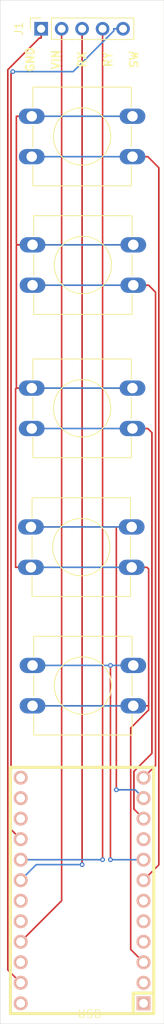
<source format=kicad_pcb>
(kicad_pcb (version 20240108) (generator "pcbnew") (generator_version "8.0")
  (layers (0 "F.Cu" signal) (31 "B.Cu" signal) (34 "B.Paste" user) (35 "F.Paste" user) (36 "B.SilkS" user "B.Silkscreen") (37 "F.SilkS" user "F.Silkscreen") (38 "B.Mask" user) (39 "F.Mask" user) (44 "Edge.Cuts" user))
  (net 0 "")
  (net 1 "Net-(J1-Pin_1)")
  (net 2 "Net-(J1-Pin_2)")
  (net 3 "Net-(U1-D7)")
  (net 4 "Net-(U1-D4)")
  (net 5 "Net-(U1-B5)")
  (net 7 "Net-(J1-Pin_4)")
  (net 8 "Net-(J1-Pin_5)")
  (net 9 "Net-(J1-Pin_3)")
  (net 10 "Net-(U1-SCL)")
  (net 11 "Net-(U1-E6)")
  (net 13 "Net-(U1-B2)")
  (net 17 "Net-(SW5-C)")
  (net 18 "Net-(U1-SDA)")
  (net 19 "Net-(SW5-A)")
  (net 20 "Net-(U1-B4)")
  (net 21 "Net-(U1-C6)")
  (net 22 "Net-(SW5-B)")
  (net 23 "Net-(U1-B6)")
  (net 24 "Net-(SW9-Pad1)")
  (footprint "Button_Switch_THT:SW_PUSH-12mm" (layer "F.Cu") (at 203.1 76.16 180)
    (property "Reference" "SW6" (hide yes))
    (property "Value" "SW_Omron_B3FS")
    (fp_line (start 12.36 8.61) (end 0.14 8.61) (stroke (width 0.12)) (layer "F.SilkS"))
    (fp_line (start 12.36 6.1) (end 12.36 8.61) (stroke (width 0.12)) (layer "F.SilkS"))
    (fp_line (start 12.36 1.2) (end 12.36 3.8) (stroke (width 0.12)) (layer "F.SilkS"))
    (fp_line (start 12.36 -3.61) (end 12.36 -1.1) (stroke (width 0.12)) (layer "F.SilkS"))
    (fp_line (start 0.14 6.1) (end 0.14 8.61) (stroke (width 0.12)) (layer "F.SilkS"))
    (fp_line (start 0.14 1.2) (end 0.14 3.8) (stroke (width 0.12)) (layer "F.SilkS"))
    (fp_line (start 0.14 -3.61) (end 12.36 -3.61) (stroke (width 0.12)) (layer "F.SilkS"))
    (fp_line (start 0.14 -3.61) (end 0.14 -1.1) (stroke (width 0.12)) (layer "F.SilkS"))
    (fp_circle (center 6.25 2.5) (end 9.8 2.5) (stroke (width 0.12)) (fill none) (layer "F.SilkS"))
    (pad "1" thru_hole oval (at 0 0 180) (size 3.2 1.9) (drill 1.3) (layers "*.Cu" "*.Mask") (net 11 "Net-(U1-E6)"))
    (pad "1" thru_hole oval (at 12.5 0 180) (size 3.2 1.9) (drill 1.3) (layers "*.Cu" "*.Mask") (net 11 "Net-(U1-E6)"))
    (pad "2" thru_hole oval (at 0 5 180) (size 3.2 1.9) (drill 1.3) (layers "*.Cu" "*.Mask") (net 22 "Net-(SW5-B)"))
    (pad "2" thru_hole oval (at 12.5 5 180) (size 3.2 1.9) (drill 1.3) (layers "*.Cu" "*.Mask") (net 22 "Net-(SW5-B)"))
  )
  (footprint "ProMicroFootprint:ARDUINO_PRO_MICRO" (layer "F.Cu") (at 196.85 133.35 90)
    (property "Reference" "U1" (hide yes))
    (property "Value" "ProMicro" (hide yes))
    (fp_line (start 15.24 -8.89) (end -15.24 -8.89) (stroke (width 0.381)) (layer "F.SilkS"))
    (fp_line (start -15.24 -8.89) (end -15.24 8.89) (stroke (width 0.381)) (layer "F.SilkS"))
    (fp_line (start -12.7 6.35) (end -12.7 8.89) (stroke (width 0.381)) (layer "F.SilkS"))
    (fp_line (start -15.24 6.35) (end -12.7 6.35) (stroke (width 0.381)) (layer "F.SilkS"))
    (fp_line (start 15.24 8.89) (end 15.24 -8.89) (stroke (width 0.381)) (layer "F.SilkS"))
    (fp_line (start -15.24 8.89) (end 15.24 8.89) (stroke (width 0.381)) (layer "F.SilkS"))
    (pad "1" thru_hole rect (at -13.97 7.62 90) (size 1.7526 1.7526) (drill 1.0922) (layers "*.Cu" "*.SilkS" "*.Mask") (net 19 "Net-(SW5-A)"))
    (pad "2" thru_hole circle (at -11.43 7.62 90) (size 1.7526 1.7526) (drill 1.0922) (layers "*.Cu" "*.SilkS" "*.Mask") (net 17 "Net-(SW5-C)"))
    (pad "3" thru_hole circle (at -8.89 7.62 90) (size 1.7526 1.7526) (drill 1.0922) (layers "*.Cu" "*.SilkS" "*.Mask") (net 22 "Net-(SW5-B)"))
    (pad "4" thru_hole circle (at -6.35 7.62 90) (size 1.7526 1.7526) (drill 1.0922) (layers "*.Cu" "*.SilkS" "*.Mask") (net 24 "Net-(SW9-Pad1)"))
    (pad "5" thru_hole circle (at -3.81 7.62 90) (size 1.7526 1.7526) (drill 1.0922) (layers "*.Cu" "*.SilkS" "*.Mask") (net 18 "Net-(U1-SDA)"))
    (pad "6" thru_hole circle (at -1.27 7.62 90) (size 1.7526 1.7526) (drill 1.0922) (layers "*.Cu" "*.SilkS" "*.Mask") (net 10 "Net-(U1-SCL)"))
    (pad "7" thru_hole circle (at 1.27 7.62 90) (size 1.7526 1.7526) (drill 1.0922) (layers "*.Cu" "*.SilkS" "*.Mask") (net 4 "Net-(U1-D4)"))
    (pad "8" thru_hole circle (at 3.81 7.62 90) (size 1.7526 1.7526) (drill 1.0922) (layers "*.Cu" "*.SilkS" "*.Mask") (net 21 "Net-(U1-C6)"))
    (pad "9" thru_hole circle (at 6.35 7.62 90) (size 1.7526 1.7526) (drill 1.0922) (layers "*.Cu" "*.SilkS" "*.Mask") (net 3 "Net-(U1-D7)"))
    (pad "10" thru_hole circle (at 8.89 7.62 90) (size 1.7526 1.7526) (drill 1.0922) (layers "*.Cu" "*.SilkS" "*.Mask") (net 11 "Net-(U1-E6)"))
    (pad "11" thru_hole circle (at 11.43 7.62 90) (size 1.7526 1.7526) (drill 1.0922) (layers "*.Cu" "*.SilkS" "*.Mask") (net 20 "Net-(U1-B4)"))
    (pad "12" thru_hole circle (at 13.97 7.62 90) (size 1.7526 1.7526) (drill 1.0922) (layers "*.Cu" "*.SilkS" "*.Mask") (net 5 "Net-(U1-B5)"))
    (pad "13" thru_hole circle (at 13.97 -7.62 90) (size 1.7526 1.7526) (drill 1.0922) (layers "*.Cu" "*.SilkS" "*.Mask") (net 23 "Net-(U1-B6)"))
    (pad "14" thru_hole circle (at 11.43 -7.62 90) (size 1.7526 1.7526) (drill 1.0922) (layers "*.Cu" "*.SilkS" "*.Mask") (net 13 "Net-(U1-B2)"))
    (pad "15" thru_hole circle (at 8.89 -7.62 90) (size 1.7526 1.7526) (drill 1.0922) (layers "*.Cu" "*.SilkS" "*.Mask"))
    (pad "16" thru_hole circle (at 6.35 -7.62 90) (size 1.7526 1.7526) (drill 1.0922) (layers "*.Cu" "*.SilkS" "*.Mask") (net 8 "Net-(J1-Pin_5)"))
    (pad "17" thru_hole circle (at 3.81 -7.62 90) (size 1.7526 1.7526) (drill 1.0922) (layers "*.Cu" "*.SilkS" "*.Mask") (net 7 "Net-(J1-Pin_4)"))
    (pad "18" thru_hole circle (at 1.27 -7.62 90) (size 1.7526 1.7526) (drill 1.0922) (layers "*.Cu" "*.SilkS" "*.Mask") (net 9 "Net-(J1-Pin_3)"))
    (pad "19" thru_hole circle (at -1.27 -7.62 90) (size 1.7526 1.7526) (drill 1.0922) (layers "*.Cu" "*.SilkS" "*.Mask"))
    (pad "20" thru_hole circle (at -3.81 -7.62 90) (size 1.7526 1.7526) (drill 1.0922) (layers "*.Cu" "*.SilkS" "*.Mask"))
    (pad "21" thru_hole circle (at -6.35 -7.62 90) (size 1.7526 1.7526) (drill 1.0922) (layers "*.Cu" "*.SilkS" "*.Mask") (net 2 "Net-(J1-Pin_2)"))
    (pad "22" thru_hole circle (at -8.89 -7.62 90) (size 1.7526 1.7526) (drill 1.0922) (layers "*.Cu" "*.SilkS" "*.Mask"))
    (pad "23" thru_hole circle (at -11.43 -7.62 90) (size 1.7526 1.7526) (drill 1.0922) (layers "*.Cu" "*.SilkS" "*.Mask") (net 1 "Net-(J1-Pin_1)"))
    (pad "24" thru_hole circle (at -13.97 -7.62 90) (size 1.7526 1.7526) (drill 1.0922) (layers "*.Cu" "*.SilkS" "*.Mask"))
  )
  (footprint "Button_Switch_THT:SW_PUSH-12mm" (layer "F.Cu") (at 190.5 88.345)
    (property "Reference" "SW7" (hide yes))
    (property "Value" "SW_Omron_B3FS")
    (fp_line (start 0.14 -3.61) (end 0.14 -1.1) (stroke (width 0.12)) (layer "F.SilkS"))
    (fp_line (start 0.14 -3.61) (end 12.36 -3.61) (stroke (width 0.12)) (layer "F.SilkS"))
    (fp_line (start 0.14 1.2) (end 0.14 3.8) (stroke (width 0.12)) (layer "F.SilkS"))
    (fp_line (start 0.14 6.1) (end 0.14 8.61) (stroke (width 0.12)) (layer "F.SilkS"))
    (fp_line (start 12.36 -3.61) (end 12.36 -1.1) (stroke (width 0.12)) (layer "F.SilkS"))
    (fp_line (start 12.36 1.2) (end 12.36 3.8) (stroke (width 0.12)) (layer "F.SilkS"))
    (fp_line (start 12.36 6.1) (end 12.36 8.61) (stroke (width 0.12)) (layer "F.SilkS"))
    (fp_line (start 12.36 8.61) (end 0.14 8.61) (stroke (width 0.12)) (layer "F.SilkS"))
    (fp_circle (center 6.25 2.5) (end 9.8 2.5) (stroke (width 0.12)) (fill none) (layer "F.SilkS"))
    (pad "1" thru_hole oval (at 0 0) (size 3.2 1.9) (drill 1.3) (layers "*.Cu" "*.Mask") (net 20 "Net-(U1-B4)"))
    (pad "1" thru_hole oval (at 12.5 0) (size 3.2 1.9) (drill 1.3) (layers "*.Cu" "*.Mask") (net 20 "Net-(U1-B4)"))
    (pad "2" thru_hole oval (at 0 5) (size 3.2 1.9) (drill 1.3) (layers "*.Cu" "*.Mask") (net 22 "Net-(SW5-B)"))
    (pad "2" thru_hole oval (at 12.5 5) (size 3.2 1.9) (drill 1.3) (layers "*.Cu" "*.Mask") (net 22 "Net-(SW5-B)"))
  )
  (footprint "Connector_PinSocket_2.54mm:PinSocket_1x05_P2.54mm_Vertical" (layer "F.Cu") (at 191.77 26.67 90)
    (property "Reference" "J1" (at 0 -2.77 90) (layer "F.SilkS"))
    (property "Value" "Conn_01x05_Socket" (hide yes))
    (fp_line (start 1.33 -1.33) (end 1.33 0) (stroke (width 0.12)) (layer "F.SilkS"))
    (fp_line (start 0 -1.33) (end 1.33 -1.33) (stroke (width 0.12)) (layer "F.SilkS"))
    (fp_line (start 1.33 1.27) (end 1.33 11.49) (stroke (width 0.12)) (layer "F.SilkS"))
    (fp_line (start -1.33 1.27) (end 1.33 1.27) (stroke (width 0.12)) (layer "F.SilkS"))
    (fp_line (start -1.33 1.27) (end -1.33 11.49) (stroke (width 0.12)) (layer "F.SilkS"))
    (fp_line (start -1.33 11.49) (end 1.33 11.49) (stroke (width 0.12)) (layer "F.SilkS"))
    (pad "1" thru_hole rect (at 0 0 90) (size 1.7 1.7) (drill 1) (layers "*.Cu" "*.Mask") (net 1 "Net-(J1-Pin_1)"))
    (pad "2" thru_hole oval (at 0 2.54 90) (size 1.7 1.7) (drill 1) (layers "*.Cu" "*.Mask") (net 2 "Net-(J1-Pin_2)"))
    (pad "3" thru_hole oval (at 0 5.08 90) (size 1.7 1.7) (drill 1) (layers "*.Cu" "*.Mask") (net 9 "Net-(J1-Pin_3)"))
    (pad "4" thru_hole oval (at 0 7.62 90) (size 1.7 1.7) (drill 1) (layers "*.Cu" "*.Mask") (net 7 "Net-(J1-Pin_4)"))
    (pad "5" thru_hole oval (at 0 10.16 90) (size 1.7 1.7) (drill 1) (layers "*.Cu" "*.Mask") (net 8 "Net-(J1-Pin_5)"))
  )
  (footprint "Button_Switch_THT:SW_PUSH-12mm" (layer "F.Cu") (at 203.1 42.505 180)
    (property "Reference" "SW2" (hide yes))
    (property "Value" "SW_Omron_B3FS")
    (fp_line (start 12.36 8.61) (end 0.14 8.61) (stroke (width 0.12)) (layer "F.SilkS"))
    (fp_line (start 12.36 6.1) (end 12.36 8.61) (stroke (width 0.12)) (layer "F.SilkS"))
    (fp_line (start 12.36 1.2) (end 12.36 3.8) (stroke (width 0.12)) (layer "F.SilkS"))
    (fp_line (start 12.36 -3.61) (end 12.36 -1.1) (stroke (width 0.12)) (layer "F.SilkS"))
    (fp_line (start 0.14 6.1) (end 0.14 8.61) (stroke (width 0.12)) (layer "F.SilkS"))
    (fp_line (start 0.14 1.2) (end 0.14 3.8) (stroke (width 0.12)) (layer "F.SilkS"))
    (fp_line (start 0.14 -3.61) (end 12.36 -3.61) (stroke (width 0.12)) (layer "F.SilkS"))
    (fp_line (start 0.14 -3.61) (end 0.14 -1.1) (stroke (width 0.12)) (layer "F.SilkS"))
    (fp_circle (center 6.25 2.5) (end 9.8 2.5) (stroke (width 0.12)) (fill none) (layer "F.SilkS"))
    (pad "1" thru_hole oval (at 0 0 180) (size 3.2 1.9) (drill 1.3) (layers "*.Cu" "*.Mask") (net 4 "Net-(U1-D4)"))
    (pad "1" thru_hole oval (at 12.5 0 180) (size 3.2 1.9) (drill 1.3) (layers "*.Cu" "*.Mask") (net 4 "Net-(U1-D4)"))
    (pad "2" thru_hole oval (at 0 5 180) (size 3.2 1.9) (drill 1.3) (layers "*.Cu" "*.Mask") (net 22 "Net-(SW5-B)"))
    (pad "2" thru_hole oval (at 12.5 5 180) (size 3.2 1.9) (drill 1.3) (layers "*.Cu" "*.Mask") (net 22 "Net-(SW5-B)"))
  )
  (footprint "Button_Switch_THT:SW_PUSH-12mm" (layer "F.Cu") (at 203.2 58.42 180)
    (property "Reference" "SW3" (hide yes))
    (property "Value" "SW_Omron_B3FS")
    (fp_line (start 12.36 8.61) (end 0.14 8.61) (stroke (width 0.12)) (layer "F.SilkS"))
    (fp_line (start 12.36 6.1) (end 12.36 8.61) (stroke (width 0.12)) (layer "F.SilkS"))
    (fp_line (start 12.36 1.2) (end 12.36 3.8) (stroke (width 0.12)) (layer "F.SilkS"))
    (fp_line (start 12.36 -3.61) (end 12.36 -1.1) (stroke (width 0.12)) (layer "F.SilkS"))
    (fp_line (start 0.14 6.1) (end 0.14 8.61) (stroke (width 0.12)) (layer "F.SilkS"))
    (fp_line (start 0.14 1.2) (end 0.14 3.8) (stroke (width 0.12)) (layer "F.SilkS"))
    (fp_line (start 0.14 -3.61) (end 12.36 -3.61) (stroke (width 0.12)) (layer "F.SilkS"))
    (fp_line (start 0.14 -3.61) (end 0.14 -1.1) (stroke (width 0.12)) (layer "F.SilkS"))
    (fp_circle (center 6.25 2.5) (end 9.8 2.5) (stroke (width 0.12)) (fill none) (layer "F.SilkS"))
    (pad "1" thru_hole oval (at 0 0 180) (size 3.2 1.9) (drill 1.3) (layers "*.Cu" "*.Mask") (net 5 "Net-(U1-B5)"))
    (pad "1" thru_hole oval (at 12.5 0 180) (size 3.2 1.9) (drill 1.3) (layers "*.Cu" "*.Mask") (net 5 "Net-(U1-B5)"))
    (pad "2" thru_hole oval (at 0 5 180) (size 3.2 1.9) (drill 1.3) (layers "*.Cu" "*.Mask") (net 22 "Net-(SW5-B)"))
    (pad "2" thru_hole oval (at 12.5 5 180) (size 3.2 1.9) (drill 1.3) (layers "*.Cu" "*.Mask") (net 22 "Net-(SW5-B)"))
  )
  (footprint "Button_Switch_THT:SW_PUSH-12mm" (layer "F.Cu") (at 190.7 105.49)
    (property "Reference" "SW4" (hide yes))
    (property "Value" "SW_Omron_B3FS")
    (fp_line (start 0.14 -3.61) (end 0.14 -1.1) (stroke (width 0.12)) (layer "F.SilkS"))
    (fp_line (start 0.14 -3.61) (end 12.36 -3.61) (stroke (width 0.12)) (layer "F.SilkS"))
    (fp_line (start 0.14 1.2) (end 0.14 3.8) (stroke (width 0.12)) (layer "F.SilkS"))
    (fp_line (start 0.14 6.1) (end 0.14 8.61) (stroke (width 0.12)) (layer "F.SilkS"))
    (fp_line (start 12.36 -3.61) (end 12.36 -1.1) (stroke (width 0.12)) (layer "F.SilkS"))
    (fp_line (start 12.36 1.2) (end 12.36 3.8) (stroke (width 0.12)) (layer "F.SilkS"))
    (fp_line (start 12.36 6.1) (end 12.36 8.61) (stroke (width 0.12)) (layer "F.SilkS"))
    (fp_line (start 12.36 8.61) (end 0.14 8.61) (stroke (width 0.12)) (layer "F.SilkS"))
    (fp_circle (center 6.25 2.5) (end 9.8 2.5) (stroke (width 0.12)) (fill none) (layer "F.SilkS"))
    (pad "1" thru_hole oval (at 0 0) (size 3.2 1.9) (drill 1.3) (layers "*.Cu" "*.Mask") (net 21 "Net-(U1-C6)"))
    (pad "1" thru_hole oval (at 12.5 0) (size 3.2 1.9) (drill 1.3) (layers "*.Cu" "*.Mask") (net 21 "Net-(U1-C6)"))
    (pad "2" thru_hole oval (at 0 5) (size 3.2 1.9) (drill 1.3) (layers "*.Cu" "*.Mask") (net 22 "Net-(SW5-B)"))
    (pad "2" thru_hole oval (at 12.5 5) (size 3.2 1.9) (drill 1.3) (layers "*.Cu" "*.Mask") (net 22 "Net-(SW5-B)"))
  )
  (gr_rect (start 186.69 23.135) (end 207.01 149.86) (stroke (width 0.05)) (fill none) (layer "Edge.Cuts"))
  (gr_text "GND\n\nVIN\n\nRX\n\nRY\n\nSW" (at 196.85 30.48 90) (layer "F.SilkS") (effects (font (size 1 1) (thickness 0.2) (bold yes))))
  (gr_text "USB" (at 196.215 149.225 0) (layer "F.SilkS") (effects (font (size 1 1) (thickness 0.1)) (justify left bottom)))
  (segment (start 191.5527 27.8217) (end 187.6337 31.7407) (width 0.2) (layer "F.Cu") (net 1))
  (segment (start 187.6337 143.1837) (end 189.23 144.78) (width 0.2) (layer "F.Cu") (net 1))
  (segment (start 191.77 27.8217) (end 191.5527 27.8217) (width 0.2) (layer "F.Cu") (net 1))
  (segment (start 191.77 26.67) (end 191.77 27.8217) (width 0.2) (layer "F.Cu") (net 1))
  (segment (start 187.6337 31.7407) (end 187.6337 143.1837) (width 0.2) (layer "F.Cu") (net 1))
  (segment (start 194.31 26.67) (end 194.31 134.62) (width 0.2) (layer "F.Cu") (net 2))
  (segment (start 194.31 134.62) (end 189.23 139.7) (width 0.2) (layer "F.Cu") (net 2))
  (segment (start 206.3685 43.8718) (end 205.0017 42.505) (width 0.2) (layer "F.Cu") (net 4))
  (segment (start 203.1 42.505) (end 205.0017 42.505) (width 0.2) (layer "F.Cu") (net 4))
  (segment (start 206.3685 130.1815) (end 206.3685 43.8718) (width 0.2) (layer "F.Cu") (net 4))
  (segment (start 204.47 132.08) (end 206.3685 130.1815) (width 0.2) (layer "F.Cu") (net 4))
  (segment (start 190.6 42.505) (end 203.1 42.505) (width 0.2) (layer "B.Cu") (net 4))
  (segment (start 204.47 119.38) (end 205.9608 117.8892) (width 0.2) (layer "F.Cu") (net 5))
  (segment (start 203.2 58.42) (end 205.1017 58.42) (width 0.2) (layer "F.Cu") (net 5))
  (segment (start 205.9608 59.2791) (end 205.1017 58.42) (width 0.2) (layer "F.Cu") (net 5))
  (segment (start 205.9608 117.8892) (end 205.9608 59.2791) (width 0.2) (layer "F.Cu") (net 5))
  (segment (start 203.2 58.42) (end 190.7 58.42) (width 0.2) (layer "B.Cu") (net 5))
  (segment (start 199.39 26.67) (end 199.39 129.54) (width 0.2) (layer "F.Cu") (net 7))
  (via (at 199.39 129.54) (size 0.6) (drill 0.3) (layers "F.Cu" "B.Cu") (net 7))
  (segment (start 189.23 129.54) (end 199.39 129.54) (width 0.2) (layer "B.Cu") (net 7))
  (segment (start 188.0354 125.8054) (end 189.23 127) (width 0.2) (layer "F.Cu") (net 8))
  (segment (start 188.2481 31.9771) (end 188.0354 32.1898) (width 0.2) (layer "F.Cu") (net 8))
  (segment (start 188.0354 32.1898) (end 188.0354 125.8054) (width 0.2) (layer "F.Cu") (net 8))
  (via (at 188.2481 31.9771) (size 0.6) (drill 0.3) (layers "F.Cu" "B.Cu") (net 8))
  (segment (start 195.7397 31.9771) (end 188.2481 31.9771) (width 0.2) (layer "B.Cu") (net 8))
  (segment (start 201.93 26.67) (end 200.7783 26.67) (width 0.2) (layer "B.Cu") (net 8))
  (segment (start 200.7783 26.67) (end 200.7783 26.9385) (width 0.2) (layer "B.Cu") (net 8))
  (segment (start 200.7783 26.9385) (end 195.7397 31.9771) (width 0.2) (layer "B.Cu") (net 8))
  (segment (start 196.85 26.67) (end 196.85 130.1489) (width 0.2) (layer "F.Cu") (net 9))
  (via (at 196.85 130.1489) (size 0.6) (drill 0.3) (layers "F.Cu" "B.Cu") (net 9))
  (segment (start 191.1611 130.1489) (end 196.85 130.1489) (width 0.2) (layer "B.Cu") (net 9))
  (segment (start 189.23 132.08) (end 191.1611 130.1489) (width 0.2) (layer "B.Cu") (net 9))
  (segment (start 203.2794 123.2694) (end 203.2794 118.6113) (width 0.2) (layer "F.Cu") (net 11))
  (segment (start 205.5106 76.6689) (end 205.0017 76.16) (width 0.2) (layer "F.Cu") (net 11))
  (segment (start 203.1 76.16) (end 205.0017 76.16) (width 0.2) (layer "F.Cu") (net 11))
  (segment (start 205.5106 116.3801) (end 205.5106 76.6689) (width 0.2) (layer "F.Cu") (net 11))
  (segment (start 203.2794 118.6113) (end 205.5106 116.3801) (width 0.2) (layer "F.Cu") (net 11))
  (segment (start 204.47 124.46) (end 203.2794 123.2694) (width 0.2) (layer "F.Cu") (net 11))
  (segment (start 203.1 76.16) (end 190.6 76.16) (width 0.2) (layer "B.Cu") (net 11))
  (segment (start 203 88.345) (end 201.0983 88.345) (width 0.2) (layer "F.Cu") (net 20))
  (segment (start 201.0983 88.345) (end 201.0983 120.8859) (width 0.2) (layer "F.Cu") (net 20))
  (via (at 201.0983 120.8859) (size 0.6) (drill 0.3) (layers "F.Cu" "B.Cu") (net 20))
  (segment (start 204.47 121.92) (end 203.4359 120.8859) (width 0.2) (layer "B.Cu") (net 20))
  (segment (start 203.4359 120.8859) (end 201.0983 120.8859) (width 0.2) (layer "B.Cu") (net 20))
  (segment (start 190.5 88.345) (end 203 88.345) (width 0.2) (layer "B.Cu") (net 20))
  (segment (start 200.3688 129.54) (end 200.3688 105.49) (width 0.2) (layer "F.Cu") (net 21))
  (via (at 200.3688 105.49) (size 0.6) (drill 0.3) (layers "F.Cu" "B.Cu") (net 21))
  (via (at 200.3688 129.54) (size 0.6) (drill 0.3) (layers "F.Cu" "B.Cu") (net 21))
  (segment (start 190.7 105.49) (end 200.3688 105.49) (width 0.2) (layer "B.Cu") (net 21))
  (segment (start 200.3688 105.49) (end 203.2 105.49) (width 0.2) (layer "B.Cu") (net 21))
  (segment (start 204.47 129.54) (end 200.3688 129.54) (width 0.2) (layer "B.Cu") (net 21))
  (segment (start 188.6983 71.16) (end 188.6983 53.52) (width 0.2) (layer "F.Cu") (net 22))
  (segment (start 190.5 93.345) (end 188.5983 93.345) (width 0.2) (layer "F.Cu") (net 22))
  (segment (start 205.1017 110.49) (end 205.1017 111.0085) (width 0.2) (layer "F.Cu") (net 22))
  (segment (start 202.8777 140.6477) (end 204.47 142.24) (width 0.2) (layer "F.Cu") (net 22))
  (segment (start 188.5983 71.26) (end 188.5983 93.345) (width 0.2) (layer "F.Cu") (net 22))
  (segment (start 205.1017 111.0085) (end 202.8777 113.2325) (width 0.2) (layer "F.Cu") (net 22))
  (segment (start 188.6983 53.32) (end 188.6983 37.505) (width 0.2) (layer "F.Cu") (net 22))
  (segment (start 205.1002 110.49) (end 205.1046 110.4856) (width 0.2) (layer "F.Cu") (net 22))
  (segment (start 190.7 53.42) (end 188.7983 53.42) (width 0.2) (layer "F.Cu") (net 22))
  (segment (start 205.1046 93.5479) (end 204.9017 93.345) (width 0.2) (layer "F.Cu") (net 22))
  (segment (start 188.7983 53.42) (end 188.6983 53.32) (width 0.2) (layer "F.Cu") (net 22))
  (segment (start 190.6 37.505) (end 188.6983 37.505) (width 0.2) (layer "F.Cu") (net 22))
  (segment (start 188.6983 71.16) (end 188.5983 71.26) (width 0.2) (layer "F.Cu") (net 22))
  (segment (start 190.6 71.16) (end 188.6983 71.16) (width 0.2) (layer "F.Cu") (net 22))
  (segment (start 205.0009 110.49) (end 205.1002 110.49) (width 0.2) (layer "F.Cu") (net 22))
  (segment (start 203 93.345) (end 204.9017 93.345) (width 0.2) (layer "F.Cu") (net 22))
  (segment (start 205.1002 110.49) (end 205.1017 110.49) (width 0.2) (layer "F.Cu") (net 22))
  (segment (start 188.6983 53.52) (end 188.7983 53.42) (width 0.2) (layer "F.Cu") (net 22))
  (segment (start 203.2 110.49) (end 205.0009 110.49) (width 0.2) (layer "F.Cu") (net 22))
  (segment (start 205.1046 110.4856) (end 205.1046 93.5479) (width 0.2) (layer "F.Cu") (net 22))
  (segment (start 202.8777 113.2325) (end 202.8777 140.6477) (width 0.2) (layer "F.Cu") (net 22))
  (segment (start 190.7 110.49) (end 203.2 110.49) (width 0.2) (layer "B.Cu") (net 22))
  (segment (start 190.6 37.505) (end 203.1 37.505) (width 0.2) (layer "B.Cu") (net 22))
  (segment (start 203.2 53.42) (end 190.7 53.42) (width 0.2) (layer "B.Cu") (net 22))
  (segment (start 203.1 71.16) (end 190.6 71.16) (width 0.2) (layer "B.Cu") (net 22))
  (segment (start 190.5 93.345) (end 203 93.345) (width 0.2) (layer "B.Cu") (net 22))
)
</source>
